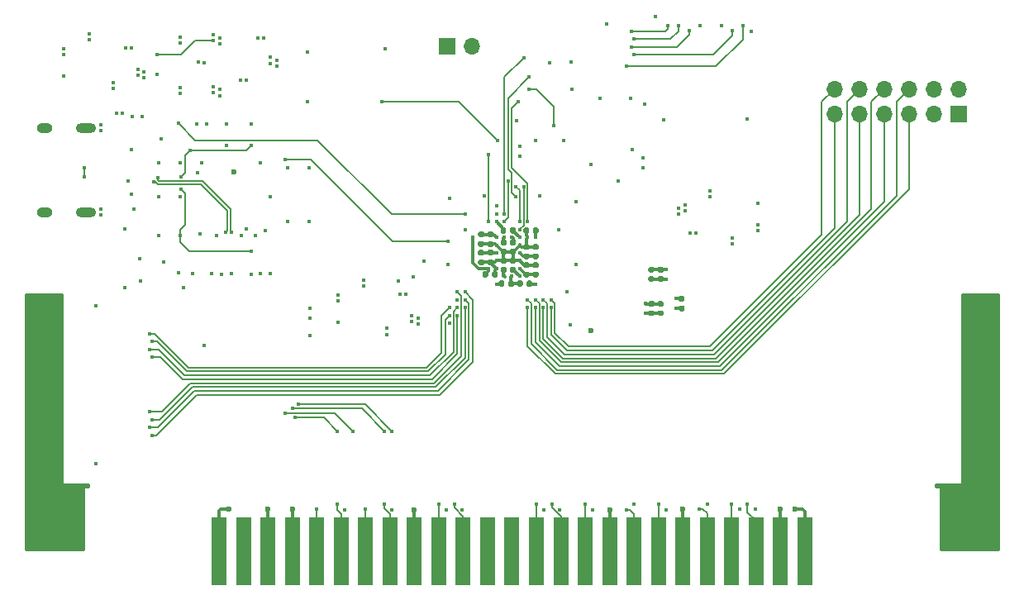
<source format=gbl>
G04 #@! TF.GenerationSoftware,KiCad,Pcbnew,(5.1.9-0-10_14)*
G04 #@! TF.CreationDate,2021-01-29T21:37:42-08:00*
G04 #@! TF.ProjectId,cart-ecp5,63617274-2d65-4637-9035-2e6b69636164,rev?*
G04 #@! TF.SameCoordinates,Original*
G04 #@! TF.FileFunction,Copper,L4,Bot*
G04 #@! TF.FilePolarity,Positive*
%FSLAX46Y46*%
G04 Gerber Fmt 4.6, Leading zero omitted, Abs format (unit mm)*
G04 Created by KiCad (PCBNEW (5.1.9-0-10_14)) date 2021-01-29 21:37:42*
%MOMM*%
%LPD*%
G01*
G04 APERTURE LIST*
G04 #@! TA.AperFunction,ComponentPad*
%ADD10O,1.700000X1.700000*%
G04 #@! TD*
G04 #@! TA.AperFunction,ComponentPad*
%ADD11R,1.700000X1.700000*%
G04 #@! TD*
G04 #@! TA.AperFunction,ComponentPad*
%ADD12O,1.600000X1.000000*%
G04 #@! TD*
G04 #@! TA.AperFunction,ComponentPad*
%ADD13O,2.100000X1.000000*%
G04 #@! TD*
G04 #@! TA.AperFunction,SMDPad,CuDef*
%ADD14R,1.500000X7.000000*%
G04 #@! TD*
G04 #@! TA.AperFunction,ComponentPad*
%ADD15C,2.500000*%
G04 #@! TD*
G04 #@! TA.AperFunction,ViaPad*
%ADD16C,0.450000*%
G04 #@! TD*
G04 #@! TA.AperFunction,ViaPad*
%ADD17C,0.600000*%
G04 #@! TD*
G04 #@! TA.AperFunction,Conductor*
%ADD18C,0.300000*%
G04 #@! TD*
G04 #@! TA.AperFunction,Conductor*
%ADD19C,0.150000*%
G04 #@! TD*
G04 #@! TA.AperFunction,Conductor*
%ADD20C,0.140000*%
G04 #@! TD*
G04 #@! TA.AperFunction,Conductor*
%ADD21C,0.254000*%
G04 #@! TD*
G04 #@! TA.AperFunction,Conductor*
%ADD22C,0.100000*%
G04 #@! TD*
G04 APERTURE END LIST*
D10*
X183025000Y-82610000D03*
X183025000Y-85150000D03*
X185565000Y-82610000D03*
X185565000Y-85150000D03*
X188105000Y-82610000D03*
X188105000Y-85150000D03*
X190645000Y-82610000D03*
X190645000Y-85150000D03*
X193185000Y-82610000D03*
X193185000Y-85150000D03*
X195725000Y-82610000D03*
D11*
X195725000Y-85150000D03*
G04 #@! TA.AperFunction,SMDPad,CuDef*
G36*
G01*
X164105000Y-101800000D02*
X164445000Y-101800000D01*
G75*
G02*
X164585000Y-101940000I0J-140000D01*
G01*
X164585000Y-102220000D01*
G75*
G02*
X164445000Y-102360000I-140000J0D01*
G01*
X164105000Y-102360000D01*
G75*
G02*
X163965000Y-102220000I0J140000D01*
G01*
X163965000Y-101940000D01*
G75*
G02*
X164105000Y-101800000I140000J0D01*
G01*
G37*
G04 #@! TD.AperFunction*
G04 #@! TA.AperFunction,SMDPad,CuDef*
G36*
G01*
X164105000Y-100840000D02*
X164445000Y-100840000D01*
G75*
G02*
X164585000Y-100980000I0J-140000D01*
G01*
X164585000Y-101260000D01*
G75*
G02*
X164445000Y-101400000I-140000J0D01*
G01*
X164105000Y-101400000D01*
G75*
G02*
X163965000Y-101260000I0J140000D01*
G01*
X163965000Y-100980000D01*
G75*
G02*
X164105000Y-100840000I140000J0D01*
G01*
G37*
G04 #@! TD.AperFunction*
G04 #@! TA.AperFunction,SMDPad,CuDef*
G36*
G01*
X165055000Y-105300000D02*
X165395000Y-105300000D01*
G75*
G02*
X165535000Y-105440000I0J-140000D01*
G01*
X165535000Y-105720000D01*
G75*
G02*
X165395000Y-105860000I-140000J0D01*
G01*
X165055000Y-105860000D01*
G75*
G02*
X164915000Y-105720000I0J140000D01*
G01*
X164915000Y-105440000D01*
G75*
G02*
X165055000Y-105300000I140000J0D01*
G01*
G37*
G04 #@! TD.AperFunction*
G04 #@! TA.AperFunction,SMDPad,CuDef*
G36*
G01*
X165055000Y-104340000D02*
X165395000Y-104340000D01*
G75*
G02*
X165535000Y-104480000I0J-140000D01*
G01*
X165535000Y-104760000D01*
G75*
G02*
X165395000Y-104900000I-140000J0D01*
G01*
X165055000Y-104900000D01*
G75*
G02*
X164915000Y-104760000I0J140000D01*
G01*
X164915000Y-104480000D01*
G75*
G02*
X165055000Y-104340000I140000J0D01*
G01*
G37*
G04 #@! TD.AperFunction*
D10*
X145890000Y-78225000D03*
D11*
X143350000Y-78225000D03*
G04 #@! TA.AperFunction,SMDPad,CuDef*
G36*
G01*
X165052500Y-101790000D02*
X165397500Y-101790000D01*
G75*
G02*
X165545000Y-101937500I0J-147500D01*
G01*
X165545000Y-102232500D01*
G75*
G02*
X165397500Y-102380000I-147500J0D01*
G01*
X165052500Y-102380000D01*
G75*
G02*
X164905000Y-102232500I0J147500D01*
G01*
X164905000Y-101937500D01*
G75*
G02*
X165052500Y-101790000I147500J0D01*
G01*
G37*
G04 #@! TD.AperFunction*
G04 #@! TA.AperFunction,SMDPad,CuDef*
G36*
G01*
X165052500Y-100820000D02*
X165397500Y-100820000D01*
G75*
G02*
X165545000Y-100967500I0J-147500D01*
G01*
X165545000Y-101262500D01*
G75*
G02*
X165397500Y-101410000I-147500J0D01*
G01*
X165052500Y-101410000D01*
G75*
G02*
X164905000Y-101262500I0J147500D01*
G01*
X164905000Y-100967500D01*
G75*
G02*
X165052500Y-100820000I147500J0D01*
G01*
G37*
G04 #@! TD.AperFunction*
G04 #@! TA.AperFunction,SMDPad,CuDef*
G36*
G01*
X167547500Y-104410000D02*
X167202500Y-104410000D01*
G75*
G02*
X167055000Y-104262500I0J147500D01*
G01*
X167055000Y-103967500D01*
G75*
G02*
X167202500Y-103820000I147500J0D01*
G01*
X167547500Y-103820000D01*
G75*
G02*
X167695000Y-103967500I0J-147500D01*
G01*
X167695000Y-104262500D01*
G75*
G02*
X167547500Y-104410000I-147500J0D01*
G01*
G37*
G04 #@! TD.AperFunction*
G04 #@! TA.AperFunction,SMDPad,CuDef*
G36*
G01*
X167547500Y-105380000D02*
X167202500Y-105380000D01*
G75*
G02*
X167055000Y-105232500I0J147500D01*
G01*
X167055000Y-104937500D01*
G75*
G02*
X167202500Y-104790000I147500J0D01*
G01*
X167547500Y-104790000D01*
G75*
G02*
X167695000Y-104937500I0J-147500D01*
G01*
X167695000Y-105232500D01*
G75*
G02*
X167547500Y-105380000I-147500J0D01*
G01*
G37*
G04 #@! TD.AperFunction*
G04 #@! TA.AperFunction,SMDPad,CuDef*
G36*
G01*
X164102500Y-105290000D02*
X164447500Y-105290000D01*
G75*
G02*
X164595000Y-105437500I0J-147500D01*
G01*
X164595000Y-105732500D01*
G75*
G02*
X164447500Y-105880000I-147500J0D01*
G01*
X164102500Y-105880000D01*
G75*
G02*
X163955000Y-105732500I0J147500D01*
G01*
X163955000Y-105437500D01*
G75*
G02*
X164102500Y-105290000I147500J0D01*
G01*
G37*
G04 #@! TD.AperFunction*
G04 #@! TA.AperFunction,SMDPad,CuDef*
G36*
G01*
X164102500Y-104320000D02*
X164447500Y-104320000D01*
G75*
G02*
X164595000Y-104467500I0J-147500D01*
G01*
X164595000Y-104762500D01*
G75*
G02*
X164447500Y-104910000I-147500J0D01*
G01*
X164102500Y-104910000D01*
G75*
G02*
X163955000Y-104762500I0J147500D01*
G01*
X163955000Y-104467500D01*
G75*
G02*
X164102500Y-104320000I147500J0D01*
G01*
G37*
G04 #@! TD.AperFunction*
G04 #@! TA.AperFunction,SMDPad,CuDef*
G36*
G01*
X151647500Y-100960000D02*
X151302500Y-100960000D01*
G75*
G02*
X151155000Y-100812500I0J147500D01*
G01*
X151155000Y-100517500D01*
G75*
G02*
X151302500Y-100370000I147500J0D01*
G01*
X151647500Y-100370000D01*
G75*
G02*
X151795000Y-100517500I0J-147500D01*
G01*
X151795000Y-100812500D01*
G75*
G02*
X151647500Y-100960000I-147500J0D01*
G01*
G37*
G04 #@! TD.AperFunction*
G04 #@! TA.AperFunction,SMDPad,CuDef*
G36*
G01*
X151647500Y-101930000D02*
X151302500Y-101930000D01*
G75*
G02*
X151155000Y-101782500I0J147500D01*
G01*
X151155000Y-101487500D01*
G75*
G02*
X151302500Y-101340000I147500J0D01*
G01*
X151647500Y-101340000D01*
G75*
G02*
X151795000Y-101487500I0J-147500D01*
G01*
X151795000Y-101782500D01*
G75*
G02*
X151647500Y-101930000I-147500J0D01*
G01*
G37*
G04 #@! TD.AperFunction*
G04 #@! TA.AperFunction,SMDPad,CuDef*
G36*
G01*
X146677500Y-98190000D02*
X147022500Y-98190000D01*
G75*
G02*
X147170000Y-98337500I0J-147500D01*
G01*
X147170000Y-98632500D01*
G75*
G02*
X147022500Y-98780000I-147500J0D01*
G01*
X146677500Y-98780000D01*
G75*
G02*
X146530000Y-98632500I0J147500D01*
G01*
X146530000Y-98337500D01*
G75*
G02*
X146677500Y-98190000I147500J0D01*
G01*
G37*
G04 #@! TD.AperFunction*
G04 #@! TA.AperFunction,SMDPad,CuDef*
G36*
G01*
X146677500Y-97220000D02*
X147022500Y-97220000D01*
G75*
G02*
X147170000Y-97367500I0J-147500D01*
G01*
X147170000Y-97662500D01*
G75*
G02*
X147022500Y-97810000I-147500J0D01*
G01*
X146677500Y-97810000D01*
G75*
G02*
X146530000Y-97662500I0J147500D01*
G01*
X146530000Y-97367500D01*
G75*
G02*
X146677500Y-97220000I147500J0D01*
G01*
G37*
G04 #@! TD.AperFunction*
G04 #@! TA.AperFunction,SMDPad,CuDef*
G36*
G01*
X146677500Y-100065000D02*
X147022500Y-100065000D01*
G75*
G02*
X147170000Y-100212500I0J-147500D01*
G01*
X147170000Y-100507500D01*
G75*
G02*
X147022500Y-100655000I-147500J0D01*
G01*
X146677500Y-100655000D01*
G75*
G02*
X146530000Y-100507500I0J147500D01*
G01*
X146530000Y-100212500D01*
G75*
G02*
X146677500Y-100065000I147500J0D01*
G01*
G37*
G04 #@! TD.AperFunction*
G04 #@! TA.AperFunction,SMDPad,CuDef*
G36*
G01*
X146677500Y-99095000D02*
X147022500Y-99095000D01*
G75*
G02*
X147170000Y-99242500I0J-147500D01*
G01*
X147170000Y-99537500D01*
G75*
G02*
X147022500Y-99685000I-147500J0D01*
G01*
X146677500Y-99685000D01*
G75*
G02*
X146530000Y-99537500I0J147500D01*
G01*
X146530000Y-99242500D01*
G75*
G02*
X146677500Y-99095000I147500J0D01*
G01*
G37*
G04 #@! TD.AperFunction*
G04 #@! TA.AperFunction,SMDPad,CuDef*
G36*
G01*
X151110000Y-102377500D02*
X151110000Y-102722500D01*
G75*
G02*
X150962500Y-102870000I-147500J0D01*
G01*
X150667500Y-102870000D01*
G75*
G02*
X150520000Y-102722500I0J147500D01*
G01*
X150520000Y-102377500D01*
G75*
G02*
X150667500Y-102230000I147500J0D01*
G01*
X150962500Y-102230000D01*
G75*
G02*
X151110000Y-102377500I0J-147500D01*
G01*
G37*
G04 #@! TD.AperFunction*
G04 #@! TA.AperFunction,SMDPad,CuDef*
G36*
G01*
X152080000Y-102377500D02*
X152080000Y-102722500D01*
G75*
G02*
X151932500Y-102870000I-147500J0D01*
G01*
X151637500Y-102870000D01*
G75*
G02*
X151490000Y-102722500I0J147500D01*
G01*
X151490000Y-102377500D01*
G75*
G02*
X151637500Y-102230000I147500J0D01*
G01*
X151932500Y-102230000D01*
G75*
G02*
X152080000Y-102377500I0J-147500D01*
G01*
G37*
G04 #@! TD.AperFunction*
G04 #@! TA.AperFunction,SMDPad,CuDef*
G36*
G01*
X147627500Y-100065000D02*
X147972500Y-100065000D01*
G75*
G02*
X148120000Y-100212500I0J-147500D01*
G01*
X148120000Y-100507500D01*
G75*
G02*
X147972500Y-100655000I-147500J0D01*
G01*
X147627500Y-100655000D01*
G75*
G02*
X147480000Y-100507500I0J147500D01*
G01*
X147480000Y-100212500D01*
G75*
G02*
X147627500Y-100065000I147500J0D01*
G01*
G37*
G04 #@! TD.AperFunction*
G04 #@! TA.AperFunction,SMDPad,CuDef*
G36*
G01*
X147627500Y-99095000D02*
X147972500Y-99095000D01*
G75*
G02*
X148120000Y-99242500I0J-147500D01*
G01*
X148120000Y-99537500D01*
G75*
G02*
X147972500Y-99685000I-147500J0D01*
G01*
X147627500Y-99685000D01*
G75*
G02*
X147480000Y-99537500I0J147500D01*
G01*
X147480000Y-99242500D01*
G75*
G02*
X147627500Y-99095000I147500J0D01*
G01*
G37*
G04 #@! TD.AperFunction*
G04 #@! TA.AperFunction,SMDPad,CuDef*
G36*
G01*
X152597500Y-100960000D02*
X152252500Y-100960000D01*
G75*
G02*
X152105000Y-100812500I0J147500D01*
G01*
X152105000Y-100517500D01*
G75*
G02*
X152252500Y-100370000I147500J0D01*
G01*
X152597500Y-100370000D01*
G75*
G02*
X152745000Y-100517500I0J-147500D01*
G01*
X152745000Y-100812500D01*
G75*
G02*
X152597500Y-100960000I-147500J0D01*
G01*
G37*
G04 #@! TD.AperFunction*
G04 #@! TA.AperFunction,SMDPad,CuDef*
G36*
G01*
X152597500Y-101930000D02*
X152252500Y-101930000D01*
G75*
G02*
X152105000Y-101782500I0J147500D01*
G01*
X152105000Y-101487500D01*
G75*
G02*
X152252500Y-101340000I147500J0D01*
G01*
X152597500Y-101340000D01*
G75*
G02*
X152745000Y-101487500I0J-147500D01*
G01*
X152745000Y-101782500D01*
G75*
G02*
X152597500Y-101930000I-147500J0D01*
G01*
G37*
G04 #@! TD.AperFunction*
G04 #@! TA.AperFunction,SMDPad,CuDef*
G36*
G01*
X151647500Y-99085000D02*
X151302500Y-99085000D01*
G75*
G02*
X151155000Y-98937500I0J147500D01*
G01*
X151155000Y-98642500D01*
G75*
G02*
X151302500Y-98495000I147500J0D01*
G01*
X151647500Y-98495000D01*
G75*
G02*
X151795000Y-98642500I0J-147500D01*
G01*
X151795000Y-98937500D01*
G75*
G02*
X151647500Y-99085000I-147500J0D01*
G01*
G37*
G04 #@! TD.AperFunction*
G04 #@! TA.AperFunction,SMDPad,CuDef*
G36*
G01*
X151647500Y-100055000D02*
X151302500Y-100055000D01*
G75*
G02*
X151155000Y-99907500I0J147500D01*
G01*
X151155000Y-99612500D01*
G75*
G02*
X151302500Y-99465000I147500J0D01*
G01*
X151647500Y-99465000D01*
G75*
G02*
X151795000Y-99612500I0J-147500D01*
G01*
X151795000Y-99907500D01*
G75*
G02*
X151647500Y-100055000I-147500J0D01*
G01*
G37*
G04 #@! TD.AperFunction*
G04 #@! TA.AperFunction,SMDPad,CuDef*
G36*
G01*
X147627500Y-98190000D02*
X147972500Y-98190000D01*
G75*
G02*
X148120000Y-98337500I0J-147500D01*
G01*
X148120000Y-98632500D01*
G75*
G02*
X147972500Y-98780000I-147500J0D01*
G01*
X147627500Y-98780000D01*
G75*
G02*
X147480000Y-98632500I0J147500D01*
G01*
X147480000Y-98337500D01*
G75*
G02*
X147627500Y-98190000I147500J0D01*
G01*
G37*
G04 #@! TD.AperFunction*
G04 #@! TA.AperFunction,SMDPad,CuDef*
G36*
G01*
X147627500Y-97220000D02*
X147972500Y-97220000D01*
G75*
G02*
X148120000Y-97367500I0J-147500D01*
G01*
X148120000Y-97662500D01*
G75*
G02*
X147972500Y-97810000I-147500J0D01*
G01*
X147627500Y-97810000D01*
G75*
G02*
X147480000Y-97662500I0J147500D01*
G01*
X147480000Y-97367500D01*
G75*
G02*
X147627500Y-97220000I147500J0D01*
G01*
G37*
G04 #@! TD.AperFunction*
G04 #@! TA.AperFunction,SMDPad,CuDef*
G36*
G01*
X151760000Y-96927500D02*
X151760000Y-97272500D01*
G75*
G02*
X151612500Y-97420000I-147500J0D01*
G01*
X151317500Y-97420000D01*
G75*
G02*
X151170000Y-97272500I0J147500D01*
G01*
X151170000Y-96927500D01*
G75*
G02*
X151317500Y-96780000I147500J0D01*
G01*
X151612500Y-96780000D01*
G75*
G02*
X151760000Y-96927500I0J-147500D01*
G01*
G37*
G04 #@! TD.AperFunction*
G04 #@! TA.AperFunction,SMDPad,CuDef*
G36*
G01*
X152730000Y-96927500D02*
X152730000Y-97272500D01*
G75*
G02*
X152582500Y-97420000I-147500J0D01*
G01*
X152287500Y-97420000D01*
G75*
G02*
X152140000Y-97272500I0J147500D01*
G01*
X152140000Y-96927500D01*
G75*
G02*
X152287500Y-96780000I147500J0D01*
G01*
X152582500Y-96780000D01*
G75*
G02*
X152730000Y-96927500I0J-147500D01*
G01*
G37*
G04 #@! TD.AperFunction*
G04 #@! TA.AperFunction,SMDPad,CuDef*
G36*
G01*
X152597500Y-99085000D02*
X152252500Y-99085000D01*
G75*
G02*
X152105000Y-98937500I0J147500D01*
G01*
X152105000Y-98642500D01*
G75*
G02*
X152252500Y-98495000I147500J0D01*
G01*
X152597500Y-98495000D01*
G75*
G02*
X152745000Y-98642500I0J-147500D01*
G01*
X152745000Y-98937500D01*
G75*
G02*
X152597500Y-99085000I-147500J0D01*
G01*
G37*
G04 #@! TD.AperFunction*
G04 #@! TA.AperFunction,SMDPad,CuDef*
G36*
G01*
X152597500Y-100055000D02*
X152252500Y-100055000D01*
G75*
G02*
X152105000Y-99907500I0J147500D01*
G01*
X152105000Y-99612500D01*
G75*
G02*
X152252500Y-99465000I147500J0D01*
G01*
X152597500Y-99465000D01*
G75*
G02*
X152745000Y-99612500I0J-147500D01*
G01*
X152745000Y-99907500D01*
G75*
G02*
X152597500Y-100055000I-147500J0D01*
G01*
G37*
G04 #@! TD.AperFunction*
G04 #@! TA.AperFunction,SMDPad,CuDef*
G36*
G01*
X149615000Y-102722500D02*
X149615000Y-102377500D01*
G75*
G02*
X149762500Y-102230000I147500J0D01*
G01*
X150057500Y-102230000D01*
G75*
G02*
X150205000Y-102377500I0J-147500D01*
G01*
X150205000Y-102722500D01*
G75*
G02*
X150057500Y-102870000I-147500J0D01*
G01*
X149762500Y-102870000D01*
G75*
G02*
X149615000Y-102722500I0J147500D01*
G01*
G37*
G04 #@! TD.AperFunction*
G04 #@! TA.AperFunction,SMDPad,CuDef*
G36*
G01*
X148645000Y-102722500D02*
X148645000Y-102377500D01*
G75*
G02*
X148792500Y-102230000I147500J0D01*
G01*
X149087500Y-102230000D01*
G75*
G02*
X149235000Y-102377500I0J-147500D01*
G01*
X149235000Y-102722500D01*
G75*
G02*
X149087500Y-102870000I-147500J0D01*
G01*
X148792500Y-102870000D01*
G75*
G02*
X148645000Y-102722500I0J147500D01*
G01*
G37*
G04 #@! TD.AperFunction*
G04 #@! TA.AperFunction,SMDPad,CuDef*
G36*
G01*
X149410000Y-96927500D02*
X149410000Y-97272500D01*
G75*
G02*
X149262500Y-97420000I-147500J0D01*
G01*
X148967500Y-97420000D01*
G75*
G02*
X148820000Y-97272500I0J147500D01*
G01*
X148820000Y-96927500D01*
G75*
G02*
X148967500Y-96780000I147500J0D01*
G01*
X149262500Y-96780000D01*
G75*
G02*
X149410000Y-96927500I0J-147500D01*
G01*
G37*
G04 #@! TD.AperFunction*
G04 #@! TA.AperFunction,SMDPad,CuDef*
G36*
G01*
X150380000Y-96927500D02*
X150380000Y-97272500D01*
G75*
G02*
X150232500Y-97420000I-147500J0D01*
G01*
X149937500Y-97420000D01*
G75*
G02*
X149790000Y-97272500I0J147500D01*
G01*
X149790000Y-96927500D01*
G75*
G02*
X149937500Y-96780000I147500J0D01*
G01*
X150232500Y-96780000D01*
G75*
G02*
X150380000Y-96927500I0J-147500D01*
G01*
G37*
G04 #@! TD.AperFunction*
G04 #@! TA.AperFunction,SMDPad,CuDef*
G36*
G01*
X147940000Y-101772500D02*
X147940000Y-101427500D01*
G75*
G02*
X148087500Y-101280000I147500J0D01*
G01*
X148382500Y-101280000D01*
G75*
G02*
X148530000Y-101427500I0J-147500D01*
G01*
X148530000Y-101772500D01*
G75*
G02*
X148382500Y-101920000I-147500J0D01*
G01*
X148087500Y-101920000D01*
G75*
G02*
X147940000Y-101772500I0J147500D01*
G01*
G37*
G04 #@! TD.AperFunction*
G04 #@! TA.AperFunction,SMDPad,CuDef*
G36*
G01*
X146970000Y-101772500D02*
X146970000Y-101427500D01*
G75*
G02*
X147117500Y-101280000I147500J0D01*
G01*
X147412500Y-101280000D01*
G75*
G02*
X147560000Y-101427500I0J-147500D01*
G01*
X147560000Y-101772500D01*
G75*
G02*
X147412500Y-101920000I-147500J0D01*
G01*
X147117500Y-101920000D01*
G75*
G02*
X146970000Y-101772500I0J147500D01*
G01*
G37*
G04 #@! TD.AperFunction*
G04 #@! TA.AperFunction,SMDPad,CuDef*
G36*
G01*
X149322500Y-100485000D02*
X148977500Y-100485000D01*
G75*
G02*
X148830000Y-100337500I0J147500D01*
G01*
X148830000Y-100042500D01*
G75*
G02*
X148977500Y-99895000I147500J0D01*
G01*
X149322500Y-99895000D01*
G75*
G02*
X149470000Y-100042500I0J-147500D01*
G01*
X149470000Y-100337500D01*
G75*
G02*
X149322500Y-100485000I-147500J0D01*
G01*
G37*
G04 #@! TD.AperFunction*
G04 #@! TA.AperFunction,SMDPad,CuDef*
G36*
G01*
X149322500Y-101455000D02*
X148977500Y-101455000D01*
G75*
G02*
X148830000Y-101307500I0J147500D01*
G01*
X148830000Y-101012500D01*
G75*
G02*
X148977500Y-100865000I147500J0D01*
G01*
X149322500Y-100865000D01*
G75*
G02*
X149470000Y-101012500I0J-147500D01*
G01*
X149470000Y-101307500D01*
G75*
G02*
X149322500Y-101455000I-147500J0D01*
G01*
G37*
G04 #@! TD.AperFunction*
G04 #@! TA.AperFunction,SMDPad,CuDef*
G36*
G01*
X150272500Y-100485000D02*
X149927500Y-100485000D01*
G75*
G02*
X149780000Y-100337500I0J147500D01*
G01*
X149780000Y-100042500D01*
G75*
G02*
X149927500Y-99895000I147500J0D01*
G01*
X150272500Y-99895000D01*
G75*
G02*
X150420000Y-100042500I0J-147500D01*
G01*
X150420000Y-100337500D01*
G75*
G02*
X150272500Y-100485000I-147500J0D01*
G01*
G37*
G04 #@! TD.AperFunction*
G04 #@! TA.AperFunction,SMDPad,CuDef*
G36*
G01*
X150272500Y-101455000D02*
X149927500Y-101455000D01*
G75*
G02*
X149780000Y-101307500I0J147500D01*
G01*
X149780000Y-101012500D01*
G75*
G02*
X149927500Y-100865000I147500J0D01*
G01*
X150272500Y-100865000D01*
G75*
G02*
X150420000Y-101012500I0J-147500D01*
G01*
X150420000Y-101307500D01*
G75*
G02*
X150272500Y-101455000I-147500J0D01*
G01*
G37*
G04 #@! TD.AperFunction*
G04 #@! TA.AperFunction,SMDPad,CuDef*
G36*
G01*
X149927500Y-98990000D02*
X150272500Y-98990000D01*
G75*
G02*
X150420000Y-99137500I0J-147500D01*
G01*
X150420000Y-99432500D01*
G75*
G02*
X150272500Y-99580000I-147500J0D01*
G01*
X149927500Y-99580000D01*
G75*
G02*
X149780000Y-99432500I0J147500D01*
G01*
X149780000Y-99137500D01*
G75*
G02*
X149927500Y-98990000I147500J0D01*
G01*
G37*
G04 #@! TD.AperFunction*
G04 #@! TA.AperFunction,SMDPad,CuDef*
G36*
G01*
X149927500Y-98020000D02*
X150272500Y-98020000D01*
G75*
G02*
X150420000Y-98167500I0J-147500D01*
G01*
X150420000Y-98462500D01*
G75*
G02*
X150272500Y-98610000I-147500J0D01*
G01*
X149927500Y-98610000D01*
G75*
G02*
X149780000Y-98462500I0J147500D01*
G01*
X149780000Y-98167500D01*
G75*
G02*
X149927500Y-98020000I147500J0D01*
G01*
G37*
G04 #@! TD.AperFunction*
G04 #@! TA.AperFunction,SMDPad,CuDef*
G36*
G01*
X148977500Y-98990000D02*
X149322500Y-98990000D01*
G75*
G02*
X149470000Y-99137500I0J-147500D01*
G01*
X149470000Y-99432500D01*
G75*
G02*
X149322500Y-99580000I-147500J0D01*
G01*
X148977500Y-99580000D01*
G75*
G02*
X148830000Y-99432500I0J147500D01*
G01*
X148830000Y-99137500D01*
G75*
G02*
X148977500Y-98990000I147500J0D01*
G01*
G37*
G04 #@! TD.AperFunction*
G04 #@! TA.AperFunction,SMDPad,CuDef*
G36*
G01*
X148977500Y-98020000D02*
X149322500Y-98020000D01*
G75*
G02*
X149470000Y-98167500I0J-147500D01*
G01*
X149470000Y-98462500D01*
G75*
G02*
X149322500Y-98610000I-147500J0D01*
G01*
X148977500Y-98610000D01*
G75*
G02*
X148830000Y-98462500I0J147500D01*
G01*
X148830000Y-98167500D01*
G75*
G02*
X148977500Y-98020000I147500J0D01*
G01*
G37*
G04 #@! TD.AperFunction*
D12*
X102150000Y-95220000D03*
X102150000Y-86580000D03*
D13*
X106330000Y-86580000D03*
X106330000Y-95220000D03*
D14*
X120000000Y-130000000D03*
X122500000Y-130000000D03*
X125000000Y-130000000D03*
X127500000Y-130000000D03*
X130000000Y-130000000D03*
X132500000Y-130000000D03*
X135000000Y-130000000D03*
X137500000Y-130000000D03*
X140000000Y-130000000D03*
X142500000Y-130000000D03*
X145000000Y-130000000D03*
X147500000Y-130000000D03*
X150000000Y-130000000D03*
X152500000Y-130000000D03*
X155000000Y-130000000D03*
X157500000Y-130000000D03*
X160000000Y-130000000D03*
X162500000Y-130000000D03*
X165000000Y-130000000D03*
X167500000Y-130000000D03*
X170000000Y-130000000D03*
X172500000Y-130000000D03*
X175000000Y-130000000D03*
X177500000Y-130000000D03*
X180000000Y-130000000D03*
D15*
X197400000Y-126600000D03*
X102600000Y-126600000D03*
D16*
X101000000Y-111000000D03*
X102000000Y-111000000D03*
X103000000Y-111000000D03*
X199000000Y-111000000D03*
X198000000Y-111000000D03*
X197000000Y-111000000D03*
X168250000Y-97350000D03*
X168850000Y-97350000D03*
X172600000Y-97900000D03*
X172600000Y-98500000D03*
X166800000Y-104100000D03*
X163700000Y-105600000D03*
X156600000Y-100600000D03*
X145200000Y-97000000D03*
X147200000Y-93600000D03*
X129200000Y-96150000D03*
X129200000Y-90650000D03*
X123250000Y-86200000D03*
X120750000Y-86200000D03*
X117700000Y-86200000D03*
X113800000Y-93650000D03*
X113800000Y-97650000D03*
X154800000Y-97000000D03*
X136975000Y-78500000D03*
X129075000Y-83900000D03*
X171450000Y-76150000D03*
X113850000Y-90150000D03*
X111950000Y-102300000D03*
X143599998Y-106600000D03*
X175200000Y-94300000D03*
X170250000Y-93050006D03*
X170250024Y-93650000D03*
X137150024Y-107750000D03*
X137150000Y-107150006D03*
X134799976Y-102200000D03*
X134800000Y-102799994D03*
X138550000Y-103650024D03*
X139149994Y-103650000D03*
X132150000Y-106550000D03*
X106699976Y-76925000D03*
X106700000Y-77524994D03*
X109150000Y-82524994D03*
X109149976Y-81925000D03*
X104100000Y-81325000D03*
X116000000Y-77275006D03*
X116000024Y-77875000D03*
X111050000Y-88800000D03*
X111050000Y-93400000D03*
X164700000Y-75200000D03*
X174500000Y-76700000D03*
X174050000Y-85700000D03*
X165550000Y-85750000D03*
X163600000Y-84150000D03*
X113599998Y-81125000D03*
X116000024Y-83075000D03*
X116000000Y-82475006D03*
X122150006Y-81725000D03*
X122750000Y-81724976D03*
X124600000Y-77374976D03*
X124000006Y-77375000D03*
X110450000Y-78425024D03*
X111049994Y-78425000D03*
X107849976Y-86300000D03*
X107850000Y-86899994D03*
X117900000Y-79825000D03*
X129275000Y-106100000D03*
X165800000Y-102100004D03*
X155600000Y-103400000D03*
X125200000Y-93650000D03*
X119750000Y-97600000D03*
X122250000Y-97600000D03*
X123750000Y-97599998D03*
X124750000Y-97150000D03*
X117800000Y-91150000D03*
X118250000Y-90200000D03*
X124250000Y-90200000D03*
X118450000Y-79950000D03*
X163425000Y-89700000D03*
X124250000Y-101550000D03*
X119250000Y-101550000D03*
X120250000Y-101600000D03*
X118050000Y-97450000D03*
X122750000Y-96950000D03*
X107400000Y-104800000D03*
X107400000Y-121000000D03*
X118700000Y-86200000D03*
X112100000Y-85450000D03*
X111100000Y-85450000D03*
X110700000Y-92050000D03*
X129275000Y-107900000D03*
X107900000Y-95499994D03*
X107899976Y-94900000D03*
D17*
X125000000Y-125650000D03*
X127500000Y-125650000D03*
X177500000Y-125650012D03*
X167500000Y-125650010D03*
D16*
X114100000Y-87700000D03*
X110300000Y-96949998D03*
X118475000Y-108899989D03*
X160875000Y-92075000D03*
X152400000Y-87875000D03*
X148400000Y-101000000D03*
X150800000Y-98600000D03*
X150800000Y-100200000D03*
X152800000Y-93600000D03*
X148400000Y-100200000D03*
X150000000Y-101800000D03*
X148400000Y-98600000D03*
X151600000Y-97800000D03*
X156000000Y-106800000D03*
X159050000Y-83550000D03*
X144400000Y-104200000D03*
X143399996Y-100600000D03*
D17*
X178975000Y-125650000D03*
X121025000Y-125650010D03*
D16*
X143600000Y-93799996D03*
X148400000Y-94600000D03*
X148400000Y-96200000D03*
X156600000Y-94150000D03*
X156100000Y-82600000D03*
X153850000Y-79950000D03*
X123250000Y-101600000D03*
X150800000Y-89500000D03*
D17*
X121500002Y-91075000D03*
X158100000Y-107400000D03*
D16*
X116325000Y-102975000D03*
X114325000Y-100350000D03*
X140975000Y-100275000D03*
X138350000Y-102275000D03*
X101000000Y-122750000D03*
X102000000Y-122750000D03*
X103000000Y-122750000D03*
X198000000Y-122750000D03*
X199000000Y-122750000D03*
X197000000Y-122750000D03*
X132200000Y-104299994D03*
X132199976Y-103700000D03*
X127000000Y-96150000D03*
X127000000Y-90650000D03*
X120750000Y-88400000D03*
X116050000Y-90150000D03*
X116000000Y-93650000D03*
X129075000Y-78800000D03*
X169250000Y-76150000D03*
X110300000Y-102950000D03*
X175200000Y-96500000D03*
X175200000Y-97100000D03*
X162325000Y-88800000D03*
X125900024Y-80275000D03*
X125900000Y-79675006D03*
X125250000Y-79375006D03*
X125250024Y-79975000D03*
X129275000Y-105100000D03*
X163425000Y-90700000D03*
X125250000Y-101550000D03*
X121250000Y-101550000D03*
X117250000Y-101550000D03*
X111250000Y-94900000D03*
X111900000Y-100000000D03*
X155300000Y-87875000D03*
X150800000Y-99400008D03*
X152400012Y-97800024D03*
X148400000Y-102600000D03*
X148400000Y-97800000D03*
X148400000Y-99400000D03*
X152400000Y-102600000D03*
X162150000Y-83550000D03*
X159700000Y-75975000D03*
X150479996Y-85830000D03*
X148400000Y-95400000D03*
X156025000Y-79850000D03*
X150800000Y-88500000D03*
X115825000Y-101450000D03*
X139850000Y-101825000D03*
X120050024Y-77975000D03*
X120050000Y-77375006D03*
X119400000Y-77075006D03*
X119400024Y-77675000D03*
X113600000Y-79124996D03*
D17*
X140000000Y-125700000D03*
X160000000Y-125700000D03*
D16*
X132100000Y-117650000D03*
X127787500Y-116262500D03*
X133700000Y-117650000D03*
X126737501Y-115812499D03*
X149200000Y-96200000D03*
X151749992Y-82650000D03*
X154300000Y-86400000D03*
X149600000Y-92025000D03*
X150800000Y-97000000D03*
X151200000Y-92600000D03*
X150800000Y-96200000D03*
X150400000Y-92599996D03*
X150650000Y-83900000D03*
X151600000Y-96200000D03*
X112300024Y-81475000D03*
X112300000Y-80875006D03*
X111650000Y-80575006D03*
X111650024Y-81175000D03*
X120050024Y-83275000D03*
X119400000Y-82375006D03*
X120050000Y-82675006D03*
X119400024Y-82975000D03*
X104100000Y-79074994D03*
X104099976Y-78475000D03*
X110100000Y-85100000D03*
X109500000Y-85100000D03*
X150800000Y-97800000D03*
X147600000Y-101000000D03*
X158100000Y-90375000D03*
X146000000Y-97800000D03*
X139750000Y-105800006D03*
X139750024Y-106400000D03*
X149200000Y-101800000D03*
X140400024Y-106700000D03*
X140400000Y-106100006D03*
X150800000Y-101800000D03*
X149200000Y-97800000D03*
X150000000Y-97800000D03*
X167700000Y-94500000D03*
X167700000Y-95100000D03*
X166800000Y-105100000D03*
X167050000Y-94800000D03*
X167050000Y-95400000D03*
X163700000Y-104600000D03*
X165800000Y-101099986D03*
X150800000Y-101000000D03*
X136650000Y-83900000D03*
X148550000Y-87875000D03*
X147600000Y-96200000D03*
X147600000Y-89350000D03*
X173650000Y-76150000D03*
X161750000Y-80300000D03*
X172550000Y-76650000D03*
X162500000Y-79100000D03*
X168150000Y-76650000D03*
X162250000Y-78300000D03*
X167045000Y-76150000D03*
X162499998Y-77500000D03*
X162250000Y-76700000D03*
X165945000Y-76145008D03*
X132900000Y-125700000D03*
X143300000Y-125700000D03*
X144900000Y-125700000D03*
X153300000Y-125700000D03*
X154900000Y-125700000D03*
X158300000Y-125699988D03*
X162500000Y-125150000D03*
X165800000Y-125700000D03*
X170000000Y-125150000D03*
X173300000Y-125650000D03*
X174900000Y-125650000D03*
X132100000Y-125150000D03*
X142500000Y-125149998D03*
X144100000Y-125150000D03*
X152500000Y-125150000D03*
X154100006Y-125150000D03*
X157500000Y-125150000D03*
X161700000Y-125700000D03*
X165000000Y-125150002D03*
X169200000Y-125650000D03*
X172500000Y-125150002D03*
X174100000Y-125150000D03*
X106150000Y-90650000D03*
X106150000Y-91650000D03*
X151750000Y-81400000D03*
X150400000Y-93650000D03*
X120700000Y-97300000D03*
X113262867Y-92137133D03*
X121300000Y-97300000D03*
X113687133Y-91712867D03*
X143400000Y-98200000D03*
X126800000Y-89850000D03*
X130000000Y-125650000D03*
X135000000Y-125650000D03*
X137700000Y-125700000D03*
X136900000Y-125150002D03*
X136900000Y-117650000D03*
X127525000Y-115350000D03*
X137700000Y-117650000D03*
X128150000Y-114900000D03*
X123250000Y-88400000D03*
X116000000Y-97650000D03*
X117050000Y-88900000D03*
X123250000Y-99225000D03*
X116100000Y-92900000D03*
X116100000Y-91575002D03*
X145200000Y-95400000D03*
X115850000Y-86150000D03*
X144400000Y-105800000D03*
X113100000Y-110100000D03*
X143600000Y-105800000D03*
X113100000Y-108500000D03*
X144400000Y-105000000D03*
X112850000Y-109300000D03*
X143600000Y-105000000D03*
X112850000Y-107700000D03*
X113100000Y-118100000D03*
X145200000Y-103400000D03*
X145200000Y-105000000D03*
X113100000Y-116500000D03*
X145200000Y-104200000D03*
X112850000Y-117300000D03*
X144400000Y-103400000D03*
X112850000Y-115700000D03*
X149200000Y-95400000D03*
X151199992Y-79400000D03*
X151600000Y-104200000D03*
X151600000Y-105000000D03*
X152400000Y-104200000D03*
X152400000Y-105000000D03*
X153200000Y-104200000D03*
X153200000Y-105000000D03*
X154000000Y-104200000D03*
X154000000Y-105000000D03*
D18*
X127500000Y-130000000D02*
X127500000Y-125650000D01*
X125000000Y-130000000D02*
X125000000Y-125650000D01*
X177500000Y-130000000D02*
X177500000Y-125650012D01*
X167500000Y-130000000D02*
X167500000Y-125650010D01*
X150810000Y-100190000D02*
X150800000Y-100200000D01*
X150815000Y-100215000D02*
X150800000Y-100200000D01*
X150800000Y-100200000D02*
X150800000Y-100185000D01*
X150115000Y-99285000D02*
X150800000Y-98600000D01*
X150100000Y-99285000D02*
X150115000Y-99285000D01*
X149115000Y-100200000D02*
X149150000Y-100165000D01*
X150135000Y-100200000D02*
X150100000Y-100165000D01*
X148465000Y-98600000D02*
X149150000Y-99285000D01*
X148400000Y-98600000D02*
X148465000Y-98600000D01*
X148285000Y-98485000D02*
X148400000Y-98600000D01*
X147800000Y-98485000D02*
X148285000Y-98485000D01*
X148265000Y-100335000D02*
X148400000Y-100200000D01*
X147800000Y-100335000D02*
X148265000Y-100335000D01*
X148235000Y-101165000D02*
X148400000Y-101000000D01*
X148235000Y-101600000D02*
X148235000Y-101165000D01*
X150110000Y-100200000D02*
X150100000Y-100190000D01*
X150800000Y-100200000D02*
X150110000Y-100200000D01*
X149140000Y-100200000D02*
X149150000Y-100190000D01*
X148400000Y-100200000D02*
X149140000Y-100200000D01*
X150990000Y-98790000D02*
X150800000Y-98600000D01*
X151475000Y-98790000D02*
X150990000Y-98790000D01*
X151475000Y-98790000D02*
X152425000Y-98790000D01*
X151265000Y-100665000D02*
X150800000Y-100200000D01*
X151475000Y-100665000D02*
X151265000Y-100665000D01*
X151475000Y-100665000D02*
X152425000Y-100665000D01*
X150800000Y-98600000D02*
X150800000Y-98560000D01*
X151475000Y-96915000D02*
X151514988Y-96915000D01*
X151465000Y-97665000D02*
X151600000Y-97800000D01*
X151465000Y-97100000D02*
X151465000Y-97665000D01*
X146850000Y-100360000D02*
X147800000Y-100360000D01*
X146850000Y-98485000D02*
X147800000Y-98485000D01*
X180000000Y-130000000D02*
X180000000Y-125900000D01*
X180000000Y-125900000D02*
X179750000Y-125650000D01*
X179750000Y-125650000D02*
X178975000Y-125650000D01*
X120000000Y-130000000D02*
X120000000Y-125850000D01*
X120000000Y-125850000D02*
X120199990Y-125650010D01*
X120199990Y-125650010D02*
X121025000Y-125650010D01*
X149150000Y-99285000D02*
X149150000Y-100190000D01*
X149150000Y-100190000D02*
X150100000Y-100190000D01*
X150100000Y-100190000D02*
X150100000Y-99285000D01*
X149150000Y-99285000D02*
X150100000Y-99285000D01*
X147800000Y-100400000D02*
X148400000Y-101000000D01*
X147800000Y-100360000D02*
X147800000Y-100400000D01*
X151475000Y-97925000D02*
X151600000Y-97800000D01*
X151475000Y-98790000D02*
X151475000Y-97925000D01*
X165240004Y-102100004D02*
X165225000Y-102085000D01*
X165800000Y-102100004D02*
X165240004Y-102100004D01*
X167360000Y-104100000D02*
X167375000Y-104115000D01*
X166800000Y-104100000D02*
X167360000Y-104100000D01*
X164260000Y-105600000D02*
X164275000Y-105585000D01*
X163700000Y-105600000D02*
X164260000Y-105600000D01*
X149910000Y-101890000D02*
X150000000Y-101800000D01*
X149910000Y-102550000D02*
X149910000Y-101890000D01*
X150815000Y-102550000D02*
X149910000Y-102550000D01*
X149115000Y-96915000D02*
X148400000Y-96200000D01*
X149115000Y-97100000D02*
X149115000Y-96915000D01*
X165220000Y-102080000D02*
X165225000Y-102085000D01*
X164275000Y-102080000D02*
X165220000Y-102080000D01*
X164280000Y-105580000D02*
X164275000Y-105585000D01*
X165225000Y-105580000D02*
X164280000Y-105580000D01*
X152400000Y-97800036D02*
X152400012Y-97800024D01*
X148115000Y-97515000D02*
X148400000Y-97800000D01*
X147800000Y-97515000D02*
X148115000Y-97515000D01*
X148365000Y-99365000D02*
X148400000Y-99400000D01*
X147800000Y-99365000D02*
X148365000Y-99365000D01*
X151159992Y-99760000D02*
X150800000Y-99400008D01*
X151475000Y-99760000D02*
X151159992Y-99760000D01*
X151475000Y-99760000D02*
X152425000Y-99760000D01*
X152435000Y-97765036D02*
X152400012Y-97800024D01*
X152435000Y-97100000D02*
X152435000Y-97765036D01*
X146850000Y-99390000D02*
X147800000Y-99390000D01*
X146850000Y-97515000D02*
X147800000Y-97515000D01*
X151835000Y-102600000D02*
X152400000Y-102600000D01*
X151785000Y-102550000D02*
X151835000Y-102600000D01*
X148900000Y-102600000D02*
X148400000Y-102600000D01*
X148940000Y-102560000D02*
X148900000Y-102600000D01*
X148940000Y-102550000D02*
X148940000Y-102560000D01*
X160000000Y-125700000D02*
X160000000Y-130000000D01*
X140000000Y-130000000D02*
X140000000Y-125700000D01*
D19*
X116125004Y-79124996D02*
X113600000Y-79124996D01*
X117575000Y-77675000D02*
X116125004Y-79124996D01*
X119400024Y-77675000D02*
X117575000Y-77675000D01*
X127800000Y-116250000D02*
X127787500Y-116262500D01*
X130700000Y-116250000D02*
X127800000Y-116250000D01*
X132100000Y-117650000D02*
X130700000Y-116250000D01*
X133700000Y-117650000D02*
X131850000Y-115800000D01*
X131850000Y-115800000D02*
X126750002Y-115800000D01*
X126737501Y-115812501D02*
X126737501Y-115812499D01*
X126750002Y-115800000D02*
X126737501Y-115812501D01*
X154300000Y-84450000D02*
X154300000Y-86400000D01*
X152500000Y-82650000D02*
X154300000Y-84450000D01*
X151749992Y-82650000D02*
X152500000Y-82650000D01*
X149600000Y-95800000D02*
X149600000Y-92025000D01*
X149200000Y-96200000D02*
X149600000Y-95800000D01*
X151200000Y-96588900D02*
X151200000Y-93650000D01*
X150800000Y-96988900D02*
X151200000Y-96588900D01*
X150800000Y-97000000D02*
X150800000Y-96988900D01*
X151200000Y-93650000D02*
X151200000Y-92600000D01*
X150800000Y-96200000D02*
X150800000Y-92999996D01*
X150800000Y-92999996D02*
X150400000Y-92599996D01*
X150000000Y-84550000D02*
X150650000Y-83900000D01*
X151600000Y-96200000D02*
X151600000Y-92250000D01*
X150000000Y-90650000D02*
X150000000Y-84550000D01*
X151600000Y-92250000D02*
X150000000Y-90650000D01*
D18*
X150785000Y-97800000D02*
X150085000Y-97100000D01*
X150800000Y-97800000D02*
X150785000Y-97800000D01*
X147600000Y-101265000D02*
X147265000Y-101600000D01*
X147600000Y-101000000D02*
X147600000Y-101265000D01*
X146550000Y-101000000D02*
X146000000Y-100450000D01*
X147600000Y-101000000D02*
X146550000Y-101000000D01*
X146000000Y-100450000D02*
X146000000Y-97800000D01*
X149250000Y-101850000D02*
X149200000Y-101800000D01*
X150100000Y-97900000D02*
X150000000Y-97800000D01*
X150100000Y-98315000D02*
X150100000Y-97900000D01*
X149150000Y-97850000D02*
X149200000Y-97800000D01*
X149150000Y-98315000D02*
X149150000Y-97850000D01*
X150800000Y-101800000D02*
X150765000Y-101800000D01*
X149150000Y-101750000D02*
X149200000Y-101800000D01*
X149150000Y-101160000D02*
X149150000Y-101750000D01*
X150160000Y-101160000D02*
X150100000Y-101160000D01*
X150800000Y-101800000D02*
X150160000Y-101160000D01*
X151435000Y-101635000D02*
X150800000Y-101000000D01*
X151475000Y-101635000D02*
X151435000Y-101635000D01*
X151475000Y-101635000D02*
X152425000Y-101635000D01*
X165240014Y-101099986D02*
X165225000Y-101115000D01*
X165800000Y-101099986D02*
X165240014Y-101099986D01*
X167360000Y-105100000D02*
X167375000Y-105085000D01*
X166800000Y-105100000D02*
X167360000Y-105100000D01*
X163715000Y-104615000D02*
X163700000Y-104600000D01*
X164275000Y-104615000D02*
X163715000Y-104615000D01*
X165220000Y-101120000D02*
X165225000Y-101115000D01*
X164275000Y-101120000D02*
X165220000Y-101120000D01*
X164280000Y-104620000D02*
X164275000Y-104615000D01*
X165225000Y-104620000D02*
X164280000Y-104620000D01*
D19*
X144575000Y-83900000D02*
X136650000Y-83900000D01*
X148550000Y-87875000D02*
X144575000Y-83900000D01*
X147600000Y-96200000D02*
X147600000Y-89350000D01*
X173650000Y-76150000D02*
X173650000Y-77550000D01*
X173650000Y-77550000D02*
X170900000Y-80300000D01*
X170900000Y-80300000D02*
X161750000Y-80300000D01*
X170600000Y-79100000D02*
X162500000Y-79100000D01*
X172550000Y-77150000D02*
X170600000Y-79100000D01*
X172550000Y-76650000D02*
X172550000Y-77150000D01*
X168150000Y-77050000D02*
X166900000Y-78300000D01*
X166900000Y-78300000D02*
X162250000Y-78300000D01*
X168150000Y-76650000D02*
X168150000Y-77050000D01*
X166250000Y-77500000D02*
X162499998Y-77500000D01*
X167045000Y-76705000D02*
X166250000Y-77500000D01*
X167045000Y-76150000D02*
X167045000Y-76705000D01*
X165945000Y-76455000D02*
X165945000Y-76145008D01*
X165700000Y-76700000D02*
X165945000Y-76455000D01*
X162250000Y-76700000D02*
X165700000Y-76700000D01*
X132100000Y-125750000D02*
X132100000Y-125150000D01*
X132500000Y-126150000D02*
X132100000Y-125750000D01*
X132500000Y-130000000D02*
X132500000Y-126150000D01*
X142500000Y-130000000D02*
X142500000Y-125149998D01*
X144100000Y-125500000D02*
X144100000Y-125150000D01*
X145000000Y-126400000D02*
X144100000Y-125500000D01*
X145000000Y-130000000D02*
X145000000Y-126400000D01*
X152500000Y-130000000D02*
X152500000Y-125150000D01*
X155000000Y-126400000D02*
X154100006Y-125500006D01*
X154100006Y-125500006D02*
X154100006Y-125150000D01*
X155000000Y-130000000D02*
X155000000Y-126400000D01*
X157500000Y-130000000D02*
X157500000Y-125150000D01*
X162500000Y-126125000D02*
X162075000Y-125700000D01*
X162075000Y-125700000D02*
X161700000Y-125700000D01*
X162500000Y-130000000D02*
X162500000Y-126125000D01*
X165000000Y-130000000D02*
X165000000Y-125150002D01*
X169550000Y-125650000D02*
X169200000Y-125650000D01*
X170000000Y-126100000D02*
X169550000Y-125650000D01*
X170000000Y-130000000D02*
X170000000Y-126100000D01*
X172500000Y-130000000D02*
X172500000Y-125150002D01*
X174100000Y-125950000D02*
X174100000Y-125150000D01*
X175000000Y-126850000D02*
X174100000Y-125950000D01*
X175000000Y-130000000D02*
X175000000Y-126850000D01*
X106150000Y-90650000D02*
X106150000Y-91650000D01*
X151750000Y-81400000D02*
X149600000Y-83550000D01*
X149600000Y-83550000D02*
X149600000Y-90825000D01*
X150000000Y-93250000D02*
X150400000Y-93650000D01*
X149600000Y-90825000D02*
X150000000Y-91225000D01*
X150000000Y-91225000D02*
X150000000Y-93250000D01*
D20*
X120855000Y-97145000D02*
X120855000Y-95060062D01*
X120700000Y-97300000D02*
X120855000Y-97145000D01*
X120855000Y-95060062D02*
X118164938Y-92370000D01*
X113482072Y-92137133D02*
X113262867Y-92137133D01*
X113714939Y-92370000D02*
X113482072Y-92137133D01*
X118164938Y-92370000D02*
X113714939Y-92370000D01*
X121145000Y-97145000D02*
X121145000Y-94939938D01*
X121300000Y-97300000D02*
X121145000Y-97145000D01*
X121145000Y-94939938D02*
X118285062Y-92080000D01*
X113835061Y-92080000D02*
X113687133Y-91932072D01*
X113687133Y-91932072D02*
X113687133Y-91712867D01*
X118285062Y-92080000D02*
X113835061Y-92080000D01*
D19*
X137750000Y-98200000D02*
X143400000Y-98200000D01*
X129400000Y-89850000D02*
X137750000Y-98200000D01*
X126800000Y-89850000D02*
X129400000Y-89850000D01*
X130000000Y-130000000D02*
X130000000Y-125650000D01*
X135000000Y-130000000D02*
X135000000Y-125650000D01*
X136900000Y-125600000D02*
X136900000Y-125150002D01*
X137500000Y-126200000D02*
X136900000Y-125600000D01*
X137500000Y-130000000D02*
X137500000Y-126200000D01*
X134600000Y-115350000D02*
X127525000Y-115350000D01*
X136900000Y-117650000D02*
X134600000Y-115350000D01*
X134950000Y-114900000D02*
X128150000Y-114900000D01*
X137700000Y-117650000D02*
X134950000Y-114900000D01*
X122750000Y-88900000D02*
X123250000Y-88400000D01*
X117050000Y-88900000D02*
X122750000Y-88900000D01*
X116000000Y-98325000D02*
X116000000Y-97650000D01*
X116900000Y-99225000D02*
X116000000Y-98325000D01*
X123250000Y-99225000D02*
X116900000Y-99225000D01*
X116525000Y-89425000D02*
X116525000Y-91150002D01*
X117050000Y-88900000D02*
X116525000Y-89425000D01*
X116525000Y-91150002D02*
X116100000Y-91575002D01*
X116525000Y-96525000D02*
X116525000Y-93325000D01*
X116000000Y-97050000D02*
X116525000Y-96525000D01*
X116525000Y-93325000D02*
X116100000Y-92900000D01*
X116000000Y-97650000D02*
X116000000Y-97050000D01*
X130100000Y-87850000D02*
X117550000Y-87850000D01*
X117550000Y-87850000D02*
X115850000Y-86150000D01*
X137650000Y-95400000D02*
X130100000Y-87850000D01*
X145200000Y-95400000D02*
X137650000Y-95400000D01*
X113100000Y-110100000D02*
X113100000Y-110100000D01*
X116250000Y-112350000D02*
X114000000Y-110100000D01*
X141800000Y-112350000D02*
X116250000Y-112350000D01*
X144400000Y-109750000D02*
X141800000Y-112350000D01*
X144400000Y-105800000D02*
X144400000Y-109750000D01*
X114000000Y-110100000D02*
X113100000Y-110100000D01*
X113100000Y-108500000D02*
X113100000Y-108500000D01*
X143150000Y-106250000D02*
X143150000Y-109800000D01*
X116650000Y-111550000D02*
X113599988Y-108499988D01*
X143150000Y-109800000D02*
X141400000Y-111550000D01*
X141400000Y-111550000D02*
X116650000Y-111550000D01*
X143600000Y-105800000D02*
X143150000Y-106250000D01*
X113100012Y-108499988D02*
X113100000Y-108500000D01*
X113599988Y-108499988D02*
X113100012Y-108499988D01*
X144000000Y-109550000D02*
X141600000Y-111950000D01*
X116450000Y-111950000D02*
X113800000Y-109300000D01*
X144000000Y-105400000D02*
X144000000Y-109550000D01*
X141600000Y-111950000D02*
X116450000Y-111950000D01*
X144400000Y-105000000D02*
X144000000Y-105400000D01*
X113800000Y-109300000D02*
X112850000Y-109300000D01*
X142750000Y-109625000D02*
X141225000Y-111150000D01*
X116850000Y-111150000D02*
X113400000Y-107700000D01*
X141225000Y-111150000D02*
X116850000Y-111150000D01*
X142750000Y-105850000D02*
X142750000Y-109625000D01*
X143600000Y-105000000D02*
X142750000Y-105850000D01*
X113400000Y-107700000D02*
X112850000Y-107700000D01*
X113100000Y-118100000D02*
X113100000Y-118100000D01*
X146000000Y-110550000D02*
X142600000Y-113950000D01*
X142600000Y-113950000D02*
X117675000Y-113950000D01*
X146000000Y-104200000D02*
X146000000Y-110550000D01*
X113525000Y-118100000D02*
X113100000Y-118100000D01*
X117675000Y-113950000D02*
X113525000Y-118100000D01*
X145200000Y-103400000D02*
X146000000Y-104200000D01*
X113100000Y-116500000D02*
X113100000Y-116500000D01*
X113925000Y-116500000D02*
X113100000Y-116500000D01*
X117275000Y-113150000D02*
X113925000Y-116500000D01*
X145200000Y-110150000D02*
X142200000Y-113150000D01*
X142200000Y-113150000D02*
X117275000Y-113150000D01*
X145200000Y-105000000D02*
X145200000Y-110150000D01*
X117475000Y-113550000D02*
X113725000Y-117300000D01*
X142400000Y-113550000D02*
X117475000Y-113550000D01*
X145600000Y-104600000D02*
X145600000Y-110350000D01*
X113725000Y-117300000D02*
X112850000Y-117300000D01*
X145600000Y-110350000D02*
X142400000Y-113550000D01*
X145200000Y-104200000D02*
X145600000Y-104600000D01*
X144800000Y-109950000D02*
X142000000Y-112750000D01*
X117062500Y-112750000D02*
X114112500Y-115700000D01*
X114112500Y-115700000D02*
X112850000Y-115700000D01*
X142000000Y-112750000D02*
X117062500Y-112750000D01*
X144800000Y-103800000D02*
X144800000Y-109950000D01*
X144400000Y-103400000D02*
X144800000Y-103800000D01*
X149200000Y-95400000D02*
X149200000Y-81400000D01*
X149200000Y-81400000D02*
X151199992Y-79400008D01*
X151199992Y-79400008D02*
X151199992Y-79400000D01*
X189375000Y-93525000D02*
X189375000Y-83880000D01*
X189375000Y-83880000D02*
X190645000Y-82610000D01*
X154650000Y-111400000D02*
X171500000Y-111400000D01*
X171500000Y-111400000D02*
X189375000Y-93525000D01*
X152000000Y-108750000D02*
X154650000Y-111400000D01*
X152000000Y-104600000D02*
X152000000Y-108750000D01*
X151600000Y-104200000D02*
X152000000Y-104600000D01*
X171700000Y-111800000D02*
X190645000Y-92855000D01*
X154450000Y-111800000D02*
X171700000Y-111800000D01*
X190645000Y-92855000D02*
X190645000Y-85150000D01*
X151600000Y-108950000D02*
X154450000Y-111800000D01*
X151600000Y-105000000D02*
X151600000Y-108950000D01*
X186825000Y-94875000D02*
X186825000Y-83890000D01*
X171100000Y-110600000D02*
X186825000Y-94875000D01*
X155050000Y-110600000D02*
X171100000Y-110600000D01*
X152800000Y-108350000D02*
X155050000Y-110600000D01*
X186825000Y-83890000D02*
X188105000Y-82610000D01*
X152800000Y-104600000D02*
X152800000Y-108350000D01*
X152400000Y-104200000D02*
X152800000Y-104600000D01*
X171300000Y-111000000D02*
X188105000Y-94195000D01*
X152400000Y-108550000D02*
X154850000Y-111000000D01*
X188105000Y-94195000D02*
X188105000Y-85150000D01*
X154850000Y-111000000D02*
X171300000Y-111000000D01*
X152400000Y-105000000D02*
X152400000Y-108550000D01*
X184300000Y-96175000D02*
X184300000Y-83875000D01*
X170675000Y-109800000D02*
X184300000Y-96175000D01*
X155400000Y-109800000D02*
X170675000Y-109800000D01*
X153600000Y-108000000D02*
X155400000Y-109800000D01*
X153600000Y-104600000D02*
X153600000Y-108000000D01*
X184300000Y-83875000D02*
X185565000Y-82610000D01*
X153200000Y-104200000D02*
X153600000Y-104600000D01*
X155225000Y-110200000D02*
X170900000Y-110200000D01*
X185565000Y-95535000D02*
X185565000Y-85150000D01*
X153200000Y-108175000D02*
X155225000Y-110200000D01*
X170900000Y-110200000D02*
X185565000Y-95535000D01*
X153200000Y-105000000D02*
X153200000Y-108175000D01*
X181750000Y-97550000D02*
X181750000Y-83885000D01*
X170300000Y-109000000D02*
X181750000Y-97550000D01*
X154000000Y-104200000D02*
X154400000Y-104600000D01*
X154400000Y-104600000D02*
X154400000Y-107600000D01*
X155800000Y-109000000D02*
X170300000Y-109000000D01*
X181750000Y-83885000D02*
X183025000Y-82610000D01*
X154400000Y-107600000D02*
X155800000Y-109000000D01*
X170500000Y-109400000D02*
X183025000Y-96875000D01*
X155600000Y-109400000D02*
X170500000Y-109400000D01*
X183025000Y-96875000D02*
X183025000Y-85150000D01*
X154000000Y-107800000D02*
X155600000Y-109400000D01*
X154000000Y-105000000D02*
X154000000Y-107800000D01*
D21*
X199823000Y-129823000D02*
X193927000Y-129823000D01*
X193927000Y-123508692D01*
X193927856Y-123500000D01*
X193924439Y-123465302D01*
X193914318Y-123431937D01*
X193897882Y-123401189D01*
X193875763Y-123374237D01*
X193848811Y-123352118D01*
X193818063Y-123335682D01*
X193784698Y-123325561D01*
X193758692Y-123323000D01*
X193750000Y-123322144D01*
X193741308Y-123323000D01*
X193377000Y-123323000D01*
X193377000Y-123138795D01*
X196000000Y-123138795D01*
X196024776Y-123136355D01*
X196048601Y-123129128D01*
X196070557Y-123117392D01*
X196089803Y-123101598D01*
X196105597Y-123082352D01*
X196117333Y-123060396D01*
X196124560Y-123036571D01*
X196127000Y-123011795D01*
X196127000Y-103638795D01*
X199823001Y-103638795D01*
X199823000Y-129823000D01*
G04 #@! TA.AperFunction,Conductor*
D22*
G36*
X199823000Y-129823000D02*
G01*
X193927000Y-129823000D01*
X193927000Y-123508692D01*
X193927856Y-123500000D01*
X193924439Y-123465302D01*
X193914318Y-123431937D01*
X193897882Y-123401189D01*
X193875763Y-123374237D01*
X193848811Y-123352118D01*
X193818063Y-123335682D01*
X193784698Y-123325561D01*
X193758692Y-123323000D01*
X193750000Y-123322144D01*
X193741308Y-123323000D01*
X193377000Y-123323000D01*
X193377000Y-123138795D01*
X196000000Y-123138795D01*
X196024776Y-123136355D01*
X196048601Y-123129128D01*
X196070557Y-123117392D01*
X196089803Y-123101598D01*
X196105597Y-123082352D01*
X196117333Y-123060396D01*
X196124560Y-123036571D01*
X196127000Y-123011795D01*
X196127000Y-103638795D01*
X199823001Y-103638795D01*
X199823000Y-129823000D01*
G37*
G04 #@! TD.AperFunction*
D21*
X103873000Y-123000000D02*
X103875440Y-123024776D01*
X103882667Y-123048601D01*
X103894403Y-123070557D01*
X103910197Y-123089803D01*
X103929443Y-123105597D01*
X103951399Y-123117333D01*
X103975224Y-123124560D01*
X104000000Y-123127000D01*
X106623000Y-123127000D01*
X106623000Y-123323000D01*
X106258692Y-123323000D01*
X106250000Y-123322144D01*
X106241308Y-123323000D01*
X106215302Y-123325561D01*
X106181937Y-123335682D01*
X106151189Y-123352118D01*
X106124237Y-123374237D01*
X106102118Y-123401189D01*
X106085682Y-123431937D01*
X106075561Y-123465302D01*
X106072144Y-123500000D01*
X106073000Y-123508692D01*
X106073001Y-129823000D01*
X100177000Y-129823000D01*
X100177000Y-103627000D01*
X103873000Y-103627000D01*
X103873000Y-123000000D01*
G04 #@! TA.AperFunction,Conductor*
D22*
G36*
X103873000Y-123000000D02*
G01*
X103875440Y-123024776D01*
X103882667Y-123048601D01*
X103894403Y-123070557D01*
X103910197Y-123089803D01*
X103929443Y-123105597D01*
X103951399Y-123117333D01*
X103975224Y-123124560D01*
X104000000Y-123127000D01*
X106623000Y-123127000D01*
X106623000Y-123323000D01*
X106258692Y-123323000D01*
X106250000Y-123322144D01*
X106241308Y-123323000D01*
X106215302Y-123325561D01*
X106181937Y-123335682D01*
X106151189Y-123352118D01*
X106124237Y-123374237D01*
X106102118Y-123401189D01*
X106085682Y-123431937D01*
X106075561Y-123465302D01*
X106072144Y-123500000D01*
X106073000Y-123508692D01*
X106073001Y-129823000D01*
X100177000Y-129823000D01*
X100177000Y-103627000D01*
X103873000Y-103627000D01*
X103873000Y-123000000D01*
G37*
G04 #@! TD.AperFunction*
M02*

</source>
